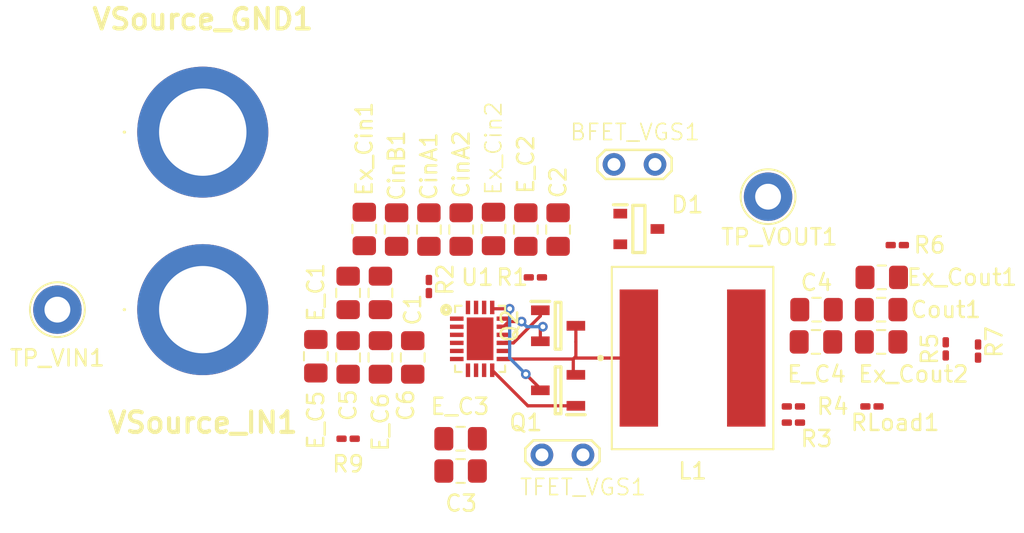
<source format=kicad_pcb>
(kicad_pcb (version 20241229) (generator "pcbnew") (generator_version "9.0")
  (layers (0 "F.Cu" signal) (2 "B.Cu" signal) (13 "F.Paste" user) (15 "B.Paste" user) (5 "F.SilkS" user "F.Silkscreen") (7 "B.SilkS" user "B.Silkscreen") (1 "F.Mask" user) (3 "B.Mask" user) (25 "Edge.Cuts" user))
  (net 0 "")
  (net 1 "/BG")
  (net 2 "Net-(U1-TRACK{slash}SS)")
  (net 3 "GND")
  (net 4 "/INTVCC")
  (net 5 "/SW")
  (net 6 "/BOOST")
  (net 7 "/Vout")
  (net 8 "/SENSE+")
  (net 9 "/VFB")
  (net 10 "/VIN")
  (net 12 "Net-(L1-Pad2)")
  (net 13 "/TG")
  (net 14 "Net-(U1-PGOOD)")
  (net 15 "Net-(U1-FREQ)")
  (net 19 "Net-(C5-Pad2)")
  (net 20 "/ITH")
  (net 21 "Net-(R6-Pad2)")
  (footprint "Capacitor_SMD:C_0805_2012Metric_Pad1.18x1.45mm_HandSolder" (layer "F.Cu") (at 131.9625 139)
    (property "Reference" "C3" (at 0.0375 2 0) (layer "F.SilkS"))
    (property "Value" "0.1uF")
    (fp_line (start -0.261252 -0.735) (end 0.261252 -0.735) (stroke (width 0.12)) (layer "F.SilkS"))
    (fp_line (start -0.261252 0.735) (end 0.261252 0.735) (stroke (width 0.12)) (layer "F.SilkS"))
    (pad "1" smd roundrect (at -1.0375 0) (size 1.175 1.45) (layers "F.Cu" "F.Mask" "F.Paste") (roundrect_rratio 0.212766) (net 6 "/BOOST"))
    (pad "2" smd roundrect (at 1.0375 0) (size 1.175 1.45) (layers "F.Cu" "F.Mask" "F.Paste") (roundrect_rratio 0.212766) (net 5 "/SW"))
  )
  (footprint "Capacitor_SMD:C_0805_2012Metric_Pad1.18x1.45mm_HandSolder" (layer "F.Cu") (at 138 124.0375 -90)
    (property "Reference" "C2" (at -2.925 0 90) (layer "F.SilkS"))
    (property "Value" "2.2uF")
    (fp_line (start -0.261252 0.735) (end 0.261252 0.735) (stroke (width 0.12)) (layer "F.SilkS"))
    (fp_line (start -0.261252 -0.735) (end 0.261252 -0.735) (stroke (width 0.12)) (layer "F.SilkS"))
    (pad "1" smd roundrect (at -1.0375 0 270) (size 1.175 1.45) (layers "F.Cu" "F.Mask" "F.Paste") (roundrect_rratio 0.212766) (net 3 "GND"))
    (pad "2" smd roundrect (at 1.0375 0 270) (size 1.175 1.45) (layers "F.Cu" "F.Mask" "F.Paste") (roundrect_rratio 0.212766) (net 4 "/INTVCC"))
  )
  (footprint "Inductor_SMD:IND_XGL1010-333MED" (layer "F.Cu") (at 146.325 132)
    (property "Reference" "L1" (at 0 7 0) (layer "F.SilkS"))
    (property "Value" "33uH")
    (fp_line (start -5 -5.65) (end 5 -5.65) (stroke (width 0.127)) (layer "F.SilkS"))
    (fp_line (start -5 5.65) (end -5 -5.65) (stroke (width 0.127)) (layer "F.SilkS"))
    (fp_line (start 5 -5.65) (end 5 5.65) (stroke (width 0.127)) (layer "F.SilkS"))
    (fp_line (start 5 5.65) (end -5 5.65) (stroke (width 0.127)) (layer "F.SilkS"))
    (fp_circle (center -5.7 0) (end -5.6 0) (stroke (width 0.2)) (fill no) (layer "F.SilkS"))
    (pad "1" smd rect (at -3.325 0) (size 2.38 8.5) (layers "F.Cu" "F.Mask" "F.Paste") (net 5 "/SW"))
    (pad "2" smd rect (at 3.325 0) (size 2.38 8.5) (layers "F.Cu" "F.Mask" "F.Paste") (net 12 "Net-(L1-Pad2)"))
  )
  (footprint "Capacitor_SMD:C_0805_2012Metric_Pad1.18x1.45mm_HandSolder" (layer "F.Cu") (at 158 131)
    (property "Reference" "Cout1" (at 4 -2 0) (layer "F.SilkS"))
    (property "Value" "100uF")
    (fp_line (start -0.261252 -0.735) (end 0.261252 -0.735) (stroke (width 0.12)) (layer "F.SilkS"))
    (fp_line (start -0.261252 0.735) (end 0.261252 0.735) (stroke (width 0.12)) (layer "F.SilkS"))
    (pad "1" smd roundrect (at -1.0375 0) (size 1.175 1.45) (layers "F.Cu" "F.Mask" "F.Paste") (roundrect_rratio 0.212766) (net 7 "/Vout"))
    (pad "2" smd roundrect (at 1.0375 0) (size 1.175 1.45) (layers "F.Cu" "F.Mask" "F.Paste") (roundrect_rratio 0.212766) (net 3 "GND"))
  )
  (footprint "Capacitor_SMD:C_0805_2012Metric_Pad1.18x1.45mm_HandSolder" (layer "F.Cu") (at 125 131.9625 -90)
    (property "Reference" "C5" (at 2.9625 0 90) (layer "F.SilkS"))
    (property "Value" "2.2uF")
    (fp_line (start -0.261252 0.735) (end 0.261252 0.735) (stroke (width 0.12)) (layer "F.SilkS"))
    (fp_line (start -0.261252 -0.735) (end 0.261252 -0.735) (stroke (width 0.12)) (layer "F.SilkS"))
    (pad "1" smd roundrect (at -1.0375 0 270) (size 1.175 1.45) (layers "F.Cu" "F.Mask" "F.Paste") (roundrect_rratio 0.212766) (net 3 "GND"))
    (pad "2" smd roundrect (at 1.0375 0 270) (size 1.175 1.45) (layers "F.Cu" "F.Mask" "F.Paste") (roundrect_rratio 0.212766) (net 19 "Net-(C5-Pad2)"))
  )
  (footprint "Resistor_SMD:R_0201_0603Metric_Pad0.64x0.40mm_HandSolder" (layer "F.Cu") (at 152.5675 135)
    (property "Reference" "R4" (at 2.4325 0 0) (layer "F.SilkS"))
    (property "Value" "100Ohm")
    (pad "1" smd roundrect (at -0.4075 0) (size 0.635 0.4) (layers "F.Cu" "F.Mask") (net 12 "Net-(L1-Pad2)"))
    (pad "2" smd roundrect (at 0.4075 0) (size 0.635 0.4) (layers "F.Cu" "F.Mask") (net 8 "/SENSE+"))
  )
  (footprint "Capacitor_SMD:C_0805_2012Metric_Pad1.18x1.45mm_HandSolder" (layer "F.Cu") (at 136 124.0375 90)
    (property "Reference" "E_C2" (at 4.0375 0 90) (layer "F.SilkS"))
    (property "Value" "~")
    (fp_line (start -0.261252 -0.735) (end 0.261252 -0.735) (stroke (width 0.12)) (layer "F.SilkS"))
    (fp_line (start -0.261252 0.735) (end 0.261252 0.735) (stroke (width 0.12)) (layer "F.SilkS"))
    (pad "1" smd roundrect (at -1.0375 0 90) (size 1.175 1.45) (layers "F.Cu" "F.Mask" "F.Paste") (roundrect_rratio 0.212766) (net 4 "/INTVCC"))
    (pad "2" smd roundrect (at 1.0375 0 90) (size 1.175 1.45) (layers "F.Cu" "F.Mask" "F.Paste") (roundrect_rratio 0.212766) (net 3 "GND"))
  )
  (footprint "Capacitor_SMD:C_0805_2012Metric_Pad1.18x1.45mm_HandSolder" (layer "F.Cu") (at 123 131.8875 -90)
    (property "Reference" "E_C5" (at 3.9625 0 90) (layer "F.SilkS"))
    (property "Value" "~")
    (fp_line (start -0.261252 0.735) (end 0.261252 0.735) (stroke (width 0.12)) (layer "F.SilkS"))
    (fp_line (start -0.261252 -0.735) (end 0.261252 -0.735) (stroke (width 0.12)) (layer "F.SilkS"))
    (pad "1" smd roundrect (at -1.0375 0 270) (size 1.175 1.45) (layers "F.Cu" "F.Mask" "F.Paste") (roundrect_rratio 0.212766) (net 3 "GND"))
    (pad "2" smd roundrect (at 1.0375 0 270) (size 1.175 1.45) (layers "F.Cu" "F.Mask" "F.Paste") (roundrect_rratio 0.212766) (net 19 "Net-(C5-Pad2)"))
  )
  (footprint "Capacitor_SMD:C_0805_2012Metric_Pad1.18x1.45mm_HandSolder" (layer "F.Cu") (at 158 129 180)
    (property "Reference" "Ex_Cout2" (at -2 -4 0) (layer "F.SilkS"))
    (property "Value" "~")
    (fp_line (start -0.261252 0.735) (end 0.261252 0.735) (stroke (width 0.12)) (layer "F.SilkS"))
    (fp_line (start -0.261252 -0.735) (end 0.261252 -0.735) (stroke (width 0.12)) (layer "F.SilkS"))
    (pad "1" smd roundrect (at -1.0375 0 180) (size 1.175 1.45) (layers "F.Cu" "F.Mask" "F.Paste") (roundrect_rratio 0.212766) (net 3 "GND"))
    (pad "2" smd roundrect (at 1.0375 0 180) (size 1.175 1.45) (layers "F.Cu" "F.Mask" "F.Paste") (roundrect_rratio 0.212766) (net 7 "/Vout"))
  )
  (footprint "Resistor_SMD:R_0201_0603Metric_Pad0.64x0.40mm_HandSolder" (layer "F.Cu") (at 162 131.4325 -90)
    (property "Reference" "R5" (at 0 1 90) (layer "F.SilkS"))
    (property "Value" "6.8kOhm")
    (pad "1" smd roundrect (at -0.4075 0 270) (size 0.635 0.4) (layers "F.Cu" "F.Mask") (net 9 "/VFB"))
    (pad "2" smd roundrect (at 0.4075 0 270) (size 0.635 0.4) (layers "F.Cu" "F.Mask") (net 3 "GND"))
  )
  (footprint "TestPoint:TestPoint_Loop_D2.60mm_Drill1.6mm_Beaded" (layer "F.Cu") (at 107 129)
    (property "Reference" "TP_VIN1" (at 0 3 0) (layer "F.SilkS"))
    (property "Value" "TestPoint")
    (fp_circle (center 0 0) (end 1.7 0) (stroke (width 0.12)) (fill no) (layer "F.SilkS"))
    (pad "1" thru_hole circle (at 0 0) (size 3 3) (drill 1.6) (layers "*.Cu" "*.Mask") (net 10 "/VIN"))
  )
  (footprint "Capacitor_SMD:C_0805_2012Metric_Pad1.18x1.45mm_HandSolder" (layer "F.Cu") (at 154 129)
    (property "Reference" "C4" (at 0 -1.68 0) (layer "F.SilkS"))
    (property "Value" "0.1uF")
    (fp_line (start -0.261252 -0.735) (end 0.261252 -0.735) (stroke (width 0.12)) (layer "F.SilkS"))
    (fp_line (start -0.261252 0.735) (end 0.261252 0.735) (stroke (width 0.12)) (layer "F.SilkS"))
    (pad "1" smd roundrect (at -1.0375 0) (size 1.175 1.45) (layers "F.Cu" "F.Mask" "F.Paste") (roundrect_rratio 0.212766) (net 8 "/SENSE+"))
    (pad "2" smd roundrect (at 1.0375 0) (size 1.175 1.45) (layers "F.Cu" "F.Mask" "F.Paste") (roundrect_rratio 0.212766) (net 7 "/Vout"))
  )
  (footprint "Resistor_SMD:R_0201_0603Metric_Pad0.64x0.40mm_HandSolder" (layer "F.Cu") (at 152.5675 136)
    (property "Reference" "R3" (at 1.4325 1 0) (layer "F.SilkS"))
    (property "Value" "3mOhm")
    (pad "1" smd roundrect (at -0.4075 0) (size 0.635 0.4) (layers "F.Cu" "F.Mask") (net 12 "Net-(L1-Pad2)"))
    (pad "2" smd roundrect (at 0.4075 0) (size 0.635 0.4) (layers "F.Cu" "F.Mask") (net 7 "/Vout"))
  )
  (footprint "Battery:5754" (layer "F.Cu") (at 116 129)
    (property "Reference" "VSource_IN1" (at 0 7 0) (layer "F.SilkS") (effects (font (size 1.27 1.27) (thickness 0.254))))
    (property "Value" "575-4" (hide yes))
    (fp_line (start -4.9 0) (end -4.9 0) (stroke (width 0.1)) (layer "F.SilkS"))
    (fp_line (start -4.8 0) (end -4.8 0) (stroke (width 0.1)) (layer "F.SilkS"))
    (fp_arc (start -4.9 0) (mid -4.85 -0.05) (end -4.8 0) (stroke (width 0.1)) (layer "F.SilkS"))
    (fp_arc (start -4.8 0) (mid -4.85 0.05) (end -4.9 0) (stroke (width 0.1)) (layer "F.SilkS"))
    (pad "1" thru_hole circle (at 0 0) (size 8.115 8.115) (drill 5.41) (layers "*.Cu" "*.Mask") (net 10 "/VIN"))
  )
  (footprint "Capacitor_SMD:C_0805_2012Metric_Pad1.18x1.45mm_HandSolder" (layer "F.Cu") (at 125 127.9625 -90)
    (property "Reference" "E_C1" (at -0.0375 2 90) (layer "F.SilkS"))
    (property "Value" "~")
    (fp_line (start -0.261252 0.735) (end 0.261252 0.735) (stroke (width 0.12)) (layer "F.SilkS"))
    (fp_line (start -0.261252 -0.735) (end 0.261252 -0.735) (stroke (width 0.12)) (layer "F.SilkS"))
    (pad "1" smd roundrect (at -1.0375 0 270) (size 1.175 1.45) (layers "F.Cu" "F.Mask" "F.Paste") (roundrect_rratio 0.212766) (net 3 "GND"))
    (pad "2" smd roundrect (at 1.0375 0 270) (size 1.175 1.45) (layers "F.Cu" "F.Mask" "F.Paste") (roundrect_rratio 0.212766) (net 2 "Net-(U1-TRACK{slash}SS)"))
  )
  (footprint "Capacitor_SMD:C_0805_2012Metric_Pad1.18x1.45mm_HandSolder" (layer "F.Cu") (at 131.9625 137 180)
    (property "Reference" "E_C3" (at 0.0375 2 0) (layer "F.SilkS"))
    (property "Value" "~")
    (fp_line (start -0.261252 0.735) (end 0.261252 0.735) (stroke (width 0.12)) (layer "F.SilkS"))
    (fp_line (start -0.261252 -0.735) (end 0.261252 -0.735) (stroke (width 0.12)) (layer "F.SilkS"))
    (pad "1" smd roundrect (at -1.0375 0 180) (size 1.175 1.45) (layers "F.Cu" "F.Mask" "F.Paste") (roundrect_rratio 0.212766) (net 5 "/SW"))
    (pad "2" smd roundrect (at 1.0375 0 180) (size 1.175 1.45) (layers "F.Cu" "F.Mask" "F.Paste") (roundrect_rratio 0.212766) (net 6 "/BOOST"))
  )
  (footprint "Resistor_SMD:R_0201_0603Metric_Pad0.64x0.40mm_HandSolder" (layer "F.Cu") (at 159 125)
    (property "Reference" "R6" (at 2 0 0) (layer "F.SilkS"))
    (property "Value" "2.7kOhm")
    (pad "1" smd roundrect (at -0.4075 0) (size 0.635 0.4) (layers "F.Cu" "F.Mask") (net 7 "/Vout"))
    (pad "2" smd roundrect (at 0.4075 0) (size 0.635 0.4) (layers "F.Cu" "F.Mask") (net 21 "Net-(R6-Pad2)"))
  )
  (footprint "TestPoint:TestPoint_2Pads_Pitch2.54mm_Drill0.8mm" (layer "F.Cu") (at 141.46 120)
    (property "Reference" "BFET_VGS1" (at 1.3 -2 0) (layer "F.SilkS") (effects (font (thickness 0.1))))
    (property "Value" "TestPoint_2Pole")
    (fp_line (start -1.03 -0.4) (end -0.53 -0.9) (stroke (width 0.15)) (layer "F.SilkS"))
    (fp_line (start -1.03 0.4) (end -1.03 -0.4) (stroke (width 0.15)) (layer "F.SilkS"))
    (fp_line (start -0.53 -0.9) (end 3.07 -0.9) (stroke (width 0.15)) (layer "F.SilkS"))
    (fp_line (start -0.53 0.9) (end -1.03 0.4) (stroke (width 0.15)) (layer "F.SilkS"))
    (fp_line (start 3.07 -0.9) (end 3.57 -0.4) (stroke (width 0.15)) (layer "F.SilkS"))
    (fp_line (start 3.07 0.9) (end -0.53 0.9) (stroke (width 0.15)) (layer "F.SilkS"))
    (fp_line (start 3.57 -0.4) (end 3.57 0.4) (stroke (width 0.15)) (layer "F.SilkS"))
    (fp_line (start 3.57 0.4) (end 3.07 0.9) (stroke (width 0.15)) (layer "F.SilkS"))
    (pad "1" thru_hole circle (at 0 0) (size 1.4 1.4) (drill 0.8) (layers "*.Cu" "*.Mask") (net 1 "/BG"))
    (pad "2" thru_hole circle (at 2.54 0) (size 1.4 1.4) (drill 0.8) (layers "*.Cu" "*.Mask") (net 3 "GND"))
  )
  (footprint "Package_DFN_QFN:QFN50P400X300X80-21N" (layer "F.Cu") (at 133.17 130.81)
    (property "Reference" "U1" (at -0.17 -3.81 0) (layer "F.SilkS") (effects (font (size 1.001874 1.001874))))
    (property "Value" "LTC7800HUDC_PBF")
    (fp_line (start -1.55 -2.05) (end -1.55 -1.65) (stroke (width 0.127)) (layer "F.SilkS"))
    (fp_line (start -1.55 2.05) (end -1.55 1.65) (stroke (width 0.127)) (layer "F.SilkS"))
    (fp_line (start -1.15 -2.05) (end -1.55 -2.05) (stroke (width 0.127)) (layer "F.SilkS"))
    (fp_line (start -1.15 2.05) (end -1.55 2.05) (stroke (width 0.127)) (layer "F.SilkS"))
    (fp_line (start 1.55 -2.05) (end 1.15 -2.05) (stroke (width 0.127)) (layer "F.SilkS"))
    (fp_line (start 1.55 -1.65) (end 1.55 -2.05) (stroke (width 0.127)) (layer "F.SilkS"))
    (fp_line (start 1.55 1.65) (end 1.55 2.05) (stroke (width 0.127)) (layer "F.SilkS"))
    (fp_line (start 1.55 2.05) (end 1.2 2.05) (stroke (width 0.127)) (layer "F.SilkS"))
    (fp_circle (center -2.1 -1.8) (end -2.029291 -1.8) (stroke (width 0.3)) (fill no) (layer "F.SilkS"))
    (pad "1" smd rect (at -1.445 -1.25) (size 0.84 0.27) (layers "F.Cu" "F.Mask" "F.Paste"))
    (pad "2" smd rect (at -1.445 -0.75) (size 0.84 0.27) (layers "F.Cu" "F.Mask" "F.Paste") (net 3 "GND"))
    (pad "3" smd rect (at -1.445 -0.25) (size 0.84 0.27) (layers "F.Cu" "F.Mask" "F.Paste") (net 3 "GND"))
    (pad "4" smd rect (at -1.445 0.25) (size 0.84 0.27) (layers "F.Cu" "F.Mask" "F.Paste"))
    (pad "5" smd rect (at -1.445 0.75) (size 0.84 0.27) (layers "F.Cu" "F.Mask" "F.Paste") (net 7 "/Vout"))
    (pad "6" smd rect (at -1.445 1.25) (size 0.84 0.27) (layers "F.Cu" "F.Mask" "F.Paste") (net 8 "/SENSE+"))
    (pad "7" smd rect (at -0.75 1.945) (size 0.27 0.84) (layers "F.Cu" "F.Mask" "F.Paste") (net 9 "/VFB"))
    (pad "8" smd rect (at -0.25 1.945) (size 0.27 0.84) (layers "F.Cu" "F.Mask" "F.Paste") (net 20 "/ITH"))
    (pad "9" smd rect (at 0.25 1.945) (size 0.27 0.84) (layers "F.Cu" "F.Mask" "F.Paste") (net 14 "Net-(U1-PGOOD)"))
    (pad "10" smd rect (at 0.75 1.945) (size 0.27 0.84) (layers "F.Cu" "F.Mask" "F.Paste") (net 13 "/TG"))
    (pad "11" smd rect (at 1.445 1.25) (size 0.84 0.27) (layers "F.Cu" "F.Mask" "F.Paste") (net 5 "/SW"))
    (pad "12" smd rect (at 1.445 0.75) (size 0.84 0.27) (layers "F.Cu" "F.Mask" "F.Paste") (net 6 "/BOOST"))
    (pad "13" smd rect (at 1.445 0.25) (size 0.84 0.27) (layers "F.Cu" "F.Mask" "F.Paste") (net 1 "/BG"))
    (pad "14" smd rect (at 1.445 -0.25) (size 0.84 0.27) (layers "F.Cu" "F.Mask" "F.Paste") (net 4 "/INTVCC"))
    (pad "15" smd rect (at 1.445 -0.75) (size 0.84 0.27) (layers "F.Cu" "F.Mask" "F.Paste") (net 3 "GND"))
    (pad "16" smd rect (at 1.445 -1.25) (size 0.84 0.27) (layers "F.Cu" "F.Mask" "F.Paste") (net 3 "GND"))
    (pad "17" smd rect (at 0.75 -1.945) (size 0.27 0.84) (layers "F.Cu" "F.Mask" "F.Paste") (net 10 "/VIN"))
    (pad "18" smd rect (at 0.25 -1.945) (size 0.27 0.84) (layers "F.Cu" "F.Mask" "F.Paste"))
    (pad "19" smd rect (at -0.25 -1.945) (size 0.27 0.84) (layers "F.Cu" "F.Mask" "F.Paste") (net 2 "Net-(U1-TRACK{slash}SS)"))
    (pad "20" smd rect (at -0.75 -1.945) (size 0.27 0.84) (layers "F.Cu" "F.Mask" "F.Paste") (net 15 "Net-(U1-FREQ)"))
    (pad "21" smd rect (at 0 0) (size 1.65 2.65) (layers "F.Cu" "F.Mask") (net 3 "GND"))
  )
  (footprint "Resistor_SMD:R_0201_0603Metric_Pad0.64x0.40mm_HandSolder" (layer "F.Cu") (at 164 131.5675 -90)
    (property "Reference" "R7" (at -0.5675 -1 90) (layer "F.SilkS"))
    (property "Value" "33kOhm")
    (pad "1" smd roundrect (at -0.4075 0 270) (size 0.635 0.4) (layers "F.Cu" "F.Mask") (net 21 "Net-(R6-Pad2)"))
    (pad "2" smd roundrect (at 0.4075 0 270) (size 0.635 0.4) (layers "F.Cu" "F.Mask") (net 9 "/VFB"))
  )
  (footprint "Diode_SMD:SOT95P230X109-3N" (layer "F.Cu") (at 143 124)
    (property "Reference" "D1" (at 3 -1.5 0) (layer "F.SilkS") (effects (font (size 1.016 1.016) (thickness 0.1524))))
    (property "Value" "CMPD6001_TR_PBFREE" (hide yes))
    (fp_line (start -1.575 -1.5) (end -0.725 -1.5) (stroke (width 0.2)) (layer "F.SilkS"))
    (fp_line (start -0.375 -1.462) (end 0.375 -1.462) (stroke (width 0.2)) (layer "F.SilkS"))
    (fp_line (start -0.375 1.462) (end -0.375 -1.462) (stroke (width 0.2)) (layer "F.SilkS"))
    (fp_line (start 0.375 -1.462) (end 0.375 1.462) (stroke (width 0.2)) (layer "F.SilkS"))
    (fp_line (start 0.375 1.462) (end -0.375 1.462) (stroke (width 0.2)) (layer "F.SilkS"))
    (pad "1" smd rect (at -1.15 -0.95 90) (size 0.6 0.85) (layers "F.Cu" "F.Mask" "F.Paste") (net 4 "/INTVCC"))
    (pad "2" smd rect (at -1.15 0.95 90) (size 0.6 0.85) (layers "F.Cu" "F.Mask" "F.Paste"))
    (pad "3" smd rect (at 1.15 0 90) (size 0.6 0.85) (layers "F.Cu" "F.Mask" "F.Paste") (net 6 "/BOOST"))
  )
  (footprint "Transistor_Power:SOT96P240X115-3N" (layer "F.Cu") (at 138 130)
    (property "Reference" "Q2" (at -3 0 90) (layer "F.SilkS") (effects (font (size 1.016 1.016) (thickness 0.1524))))
    (property "Value" "DMP2045U-7" (hide yes))
    (fp_line (start -1.675 -1.51) (end -0.525 -1.51) (stroke (width 0.2)) (layer "F.SilkS"))
    (fp_line (start -0.175 -1.45) (end 0.175 -1.45) (stroke (width 0.2)) (layer "F.SilkS"))
    (fp_line (start -0.175 1.45) (end -0.175 -1.45) (stroke (width 0.2)) (layer "F.SilkS"))
    (fp_line (start 0.175 -1.45) (end 0.175 1.45) (stroke (width 0.2)) (layer "F.SilkS"))
    (fp_line (start 0.175 1.45) (end -0.175 1.45) (stroke (width 0.2)) (layer "F.SilkS"))
    (pad "1" smd rect (at -1.1 -0.96 90) (size 0.6 1.15) (layers "F.Cu" "F.Mask" "F.Paste") (net 1 "/BG"))
    (pad "2" smd rect (at -1.1 0.96 90) (size 0.6 1.15) (layers "F.Cu" "F.Mask" "F.Paste") (net 3 "GND"))
    (pad "3" smd rect (at 1.1 0 90) (size 0.6 1.15) (layers "F.Cu" "F.Mask" "F.Paste") (net 5 "/SW"))
  )
  (footprint "Resistor_SMD:R_0201_0603Metric_Pad0.64x0.40mm_HandSolder" (layer "F.Cu") (at 130 127.5675 -90)
    (property "Reference" "R2" (at -0.4325 -1 90) (layer "F.SilkS"))
    (property "Value" "25.5kOhm")
    (pad "1" smd roundrect (at -0.4075 0 270) (size 0.635 0.4) (layers "F.Cu" "F.Mask") (net 3 "GND"))
    (pad "2" smd roundrect (at 0.4075 0 270) (size 0.635 0.4) (layers "F.Cu" "F.Mask") (net 15 "Net-(U1-FREQ)"))
  )
  (footprint "Capacitor_SMD:C_0805_2012Metric_Pad1.18x1.45mm_HandSolder" (layer "F.Cu") (at 132 124.0375 90)
    (property "Reference" "CinA2" (at 4.0375 0 90) (layer "F.SilkS"))
    (property "Value" "2.2uF")
    (fp_line (start -0.261252 -0.735) (end 0.261252 -0.735) (stroke (width 0.12)) (layer "F.SilkS"))
    (fp_line (start -0.261252 0.735) (end 0.261252 0.735) (stroke (width 0.12)) (layer "F.SilkS"))
    (pad "1" smd roundrect (at -1.0375 0 90) (size 1.175 1.45) (layers "F.Cu" "F.Mask" "F.Paste") (roundrect_rratio 0.212766) (net 10 "/VIN"))
    (pad "2" smd roundrect (at 1.0375 0 90) (size 1.175 1.45) (layers "F.Cu" "F.Mask" "F.Paste") (roundrect_rratio 0.212766) (net 3 "GND"))
  )
  (footprint "Resistor_SMD:R_0201_0603Metric_Pad0.64x0.40mm_HandSolder" (layer "F.Cu") (at 125 137 180)
    (property "Reference" "R9" (at 0 -1.5675 0) (layer "F.SilkS"))
    (property "Value" "3.92kOhm")
    (pad "1" smd roundrect (at -0.4075 0 180) (size 0.635 0.4) (layers "F.Cu" "F.Mask") (net 20 "/ITH"))
    (pad "2" smd roundrect (at 0.4075 0 180) (size 0.635 0.4) (layers "F.Cu" "F.Mask") (net 19 "Net-(C5-Pad2)"))
  )
  (footprint "Battery:5754" (layer "F.Cu") (at 116 118)
    (property "Reference" "VSource_GND1" (at 0 -7 0) (layer "F.SilkS") (effects (font (size 1.27 1.27) (thickness 0.254))))
    (property "Value" "575-4" (hide yes))
    (fp_line (start -4.9 0) (end -4.9 0) (stroke (width 0.1)) (layer "F.SilkS"))
    (fp_line (start -4.8 0) (end -4.8 0) (stroke (width 0.1)) (layer "F.SilkS"))
    (fp_arc (start -4.9 0) (mid -4.85 -0.05) (end -4.8 0) (stroke (width 0.1)) (layer "F.SilkS"))
    (fp_arc (start -4.8 0) (mid -4.85 0.05) (end -4.9 0) (stroke (width 0.1)) (layer "F.SilkS"))
    (pad "1" thru_hole circle (at 0 0) (size 8.115 8.115) (drill 5.41) (layers "*.Cu" "*.Mask") (net 3 "GND"))
  )
  (footprint "Capacitor_SMD:C_0805_2012Metric_Pad1.18x1.45mm_HandSolder" (layer "F.Cu") (at 127 127.9625 -90)
    (property "Reference" "C1" (at 1.0375 -2 90) (layer "F.SilkS"))
    (property "Value" "0.05uF")
    (fp_line (start -0.261252 0.735) (end 0.261252 0.735) (stroke (width 0.12)) (layer "F.SilkS"))
    (fp_line (start -0.261252 -0.735) (end 0.261252 -0.735) (stroke (width 0.12)) (layer "F.SilkS"))
    (pad "1" smd roundrect (at -1.0375 0 270) (size 1.175 1.45) (layers "F.Cu" "F.Mask" "F.Paste") (roundrect_rratio 0.212766) (net 3 "GND"))
    (pad "2" smd roundrect (at 1.0375 0 270) (size 1.175 1.45) (layers "F.Cu" "F.Mask" "F.Paste") (roundrect_rratio 0.212766) (net 2 "Net-(U1-TRACK{slash}SS)"))
  )
  (footprint "TestPoint:TestPoint_Loop_D2.60mm_Drill1.6mm_Beaded" (layer "F.Cu") (at 151 122)
    (property "Reference" "TP_VOUT1" (at 0.7 2.5 0) (layer "F.SilkS"))
    (property "Value" "TestPoint")
    (fp_circle (center 0 0) (end 1.7 0) (stroke (width 0.12)) (fill no) (layer "F.SilkS"))
    (pad "1" thru_hole circle (at 0 0) (size 3 3) (drill 1.6) (layers "*.Cu" "*.Mask") (net 7 "/Vout"))
  )
  (footprint "Capacitor_SMD:C_0805_2012Metric_Pad1.18x1.45mm_HandSolder" (layer "F.Cu") (at 127 131.9625 -90)
    (property "Reference" "E_C6" (at 4 0 90) (layer "F.SilkS"))
    (property "Value" "~")
    (fp_line (start -0.261252 0.735) (end 0.261252 0.735) (stroke (width 0.12)) (layer "F.SilkS"))
    (fp_line (start -0.261252 -0.735) (end 0.261252 -0.735) (stroke (width 0.12)) (layer "F.SilkS"))
    (pad "1" smd roundrect (at -1.0375 0 270) (size 1.175 1.45) (layers "F.Cu" "F.Mask" "F.Paste") (roundrect_rratio 0.212766) (net 3 "GND"))
    (pad "2" smd roundrect (at 1.0375 0 270) (size 1.175 1.45) (layers "F.Cu" "F.Mask" "F.Paste") (roundrect_rratio 0.212766) (net 20 "/ITH"))
  )
  (footprint "Capacitor_SMD:C_0805_2012Metric_Pad1.18x1.45mm_HandSolder" (layer "F.Cu") (at 153.9625 131 180)
    (property "Reference" "E_C4" (at -0.0375 -2 0) (layer "F.SilkS"))
    (property "Value" "~")
    (fp_line (start -0.261252 0.735) (end 0.261252 0.735) (stroke (width 0.12)) (layer "F.SilkS"))
    (fp_line (start -0.261252 -0.735) (end 0.261252 -0.735) (stroke (width 0.12)) (layer "F.SilkS"))
    (pad "1" smd roundrect (at -1.0375 0 180) (size 1.175 1.45) (layers "F.Cu" "F.Mask" "F.Paste") (roundrect_rratio 0.212766) (net 7 "/Vout"))
    (pad "2" smd roundrect (at 1.0375 0 180) (size 1.175 1.45) (layers "F.Cu" "F.Mask" "F.Paste") (roundrect_rratio 0.212766) (net 8 "/SENSE+"))
  )
  (footprint "Capacitor_SMD:C_0805_2012Metric_Pad1.18x1.45mm_HandSolder" (layer "F.Cu") (at 129 131.9625 -90)
    (property "Reference" "C6" (at 2.9625 0.4325 90) (layer "F.SilkS"))
    (property "Value" "100pF")
    (fp_line (start -0.261252 0.735) (end 0.261252 0.735) (stroke (width 0.12)) (layer "F.SilkS"))
    (fp_line (start -0.261252 -0.735) (end 0.261252 -0.735) (stroke (width 0.12)) (layer "F.SilkS"))
    (pad "1" smd roundrect (at -1.0375 0 270) (size 1.175 1.45) (layers "F.Cu" "F.Mask" "F.Paste") (roundrect_rratio 0.212766) (net 3 "GND"))
    (pad "2" smd roundrect (at 1.0375 0 270) (size 1.175 1.45) (layers "F.Cu" "F.Mask" "F.Paste") (roundrect_rratio 0.212766) (net 20 "/ITH"))
  )
  (footprint "Transistor_Power:SOT96P240X115-3N" (layer "F.Cu") (at 138 134 180)
    (property "Reference" "Q1" (at 2 -2 0) (layer "F.SilkS") (effects (font (size 1.016 1.016) (thickness 0.1524))))
    (property "Value" "DMP2045U-7" (hide yes))
    (fp_line (start 0.175 1.45) (end -0.175 1.45) (stroke (width 0.2)) (layer "F.SilkS"))
    (fp_line (start 0.175 -1.45) (end 0.175 1.45) (stroke (width 0.2)) (layer "F.SilkS"))
    (fp_line (start -0.175 1.45) (end -0.175 -1.45) (stroke (width 0.2)) (layer "F.SilkS"))
    (fp_line (start -0.175 -1.45) (end 0.175 -1.45) (stroke (width 0.2)) (layer "F.SilkS"))
    (fp_line (start -1.675 -1.51) (end -0.525 -1.51) (stroke (width 0.2)) (layer "F.SilkS"))
    (pad "1" smd rect (at -1.1 -0.96 270) (size 0.6 1.15) (layers "F.Cu" "F.Mask" "F.Paste") (net 13 "/TG"))
    (pad "2" smd rect (at -1.1 0.96 270) (size 0.6 1.15) (layers "F.Cu" "F.Mask" "F.Paste") (net 5 "/SW"))
    (pad "3" smd rect (at 1.1 0 270) (size 0.6 1.15) (layers "F.Cu" "F.Mask" "F.Paste") (net 10 "/VIN"))
  )
  (footprint "Capacitor_SMD:C_0805_2012Metric_Pad1.18x1.45mm_HandSolder" (layer "F.Cu") (at 126 124 90)
    (property "Reference" "Ex_Cin1" (at 4.9625 0 90) (layer "F.SilkS"))
    (property "Value" "~")
    (fp_line (start -0.261252 -0.735) (end 0.261252 -0.735) (stroke (width 0.12)) (layer "F.SilkS"))
    (fp_line (start -0.261252 0.735) (end 0.261252 0.735) (stroke (width 0.12)) (layer "F.SilkS"))
    (pad "1" smd roundrect (at -1.0375 0 90) (size 1.175 1.45) (layers "F.Cu" "F.Mask" "F.Paste") (roundrect_rratio 0.212766) (net 10 "/VIN"))
    (pad "2" smd roundrect (at 1.0375 0 90) (size 1.175 1.45) (layers "F.Cu" "F.Mask" "F.Paste") (roundrect_rratio 0.212766) (net 3 "GND"))
  )
  (footprint "Capacitor_SMD:C_0805_2012Metric_Pad1.18x1.45mm_HandSolder" (layer "F.Cu") (at 128 124.0375 90)
    (property "Reference" "CinB1" (at 3.9625 0 90) (layer "F.SilkS"))
    (property "Value" "56uF")
    (fp_line (start -0.261252 -0.735) (end 0.261252 -0.735) (stroke (width 0.12)) (layer "F.SilkS"))
    (fp_line (start -0.261252 0.735) (end 0.261252 0.735) (stroke (width 0.12)) (layer "F.SilkS"))
    (pad "1" smd roundrect (at -1.0375 0 90) (size 1.175 1.45) (layers "F.Cu" "F.Mask" "F.Paste") (roundrect_rratio 0.212766) (net 10 "/VIN"))
    (pad "2" smd roundrect (at 1.0375 0 90) (size 1.175 1.45) (layers "F.Cu" "F.Mask" "F.Paste") (roundrect_rratio 0.212766) (net 3 "GND"))
  )
  (footprint "Capacitor_SMD:C_0805_2012Metric_Pad1.18x1.45mm_HandSolder" (layer "F.Cu") (at 158.0375 127 180)
    (property "Reference" "Ex_Cout1" (at -4.9625 0 0) (layer "F.SilkS"))
    (property "Value" "~")
    (fp_line (start -0.261252 0.735) (end 0.261252 0.735) (stroke (width 0.12)) (layer "F.SilkS"))
    (fp_line (start -0.261252 -0.735) (end 0.261252 -0.735) (stroke (width 0.12)) (layer "F.SilkS"))
    (pad "1" smd roundrect (at -1.0375 0 180) (size 1.175 1.45) (layers "F.Cu" "F.Mask" "F.Paste") (roundrect_rratio 0.212766) (net 3 "GND"))
    (pad "2" smd roundrect (at 1.0375 0 180) (size 1.175 1.45) (layers "F.Cu" "F.Mask" "F.Paste") (roundrect_rratio 0.212766) (net 7 "/Vout"))
  )
  (footprint "Capacitor_SMD:C_0805_2012Metric_Pad1.18x1.45mm_HandSolder" (layer "F.Cu") (at 134 124 -90)
    (property "Reference" "Ex_Cin2" (at -5 0 90) (layer "F.SilkS") (effects (font (thickness 0.1))))
    (property "Value" "~")
    (fp_line (start -0.261252 0.735) (end 0.261252 0.735) (stroke (width 0.12)) (layer "F.SilkS"))
    (fp_line (start -0.261252 -0.735) (end 0.261252 -0.735) (stroke (width 0.12)) (layer "F.SilkS"))
    (pad "1" smd roundrect (at -1.0375 0 270) (size 1.175 1.45) (layers "F.Cu" "F.Mask" "F.Paste") (roundrect_rratio 0.212766) (net 3 "GND"))
    (pad "2" smd roundrect (at 1.0375 0 270) (size 1.175 1.45) (layers "F.Cu" "F.Mask" "F.Paste") (roundrect_rratio 0.212766) (net 10 "/VIN"))
  )
  (footprint "Capacitor_SMD:C_0805_2012Metric_Pad1.18x1.45mm_HandSolder" (layer "F.Cu") (at 130 124.0375 90)
    (property "Reference" "CinA1" (at 3.925 0 90) (layer "F.SilkS"))
    (property "Value" "2.2uF")
    (fp_line (start -0.261252 -0.735) (end 0.261252 -0.735) (stroke (width 0.12)) (layer "F.SilkS"))
    (fp_line (start -0.261252 0.735) (end 0.261252 0.735) (stroke (width 0.12)) (layer "F.SilkS"))
    (pad "1" smd roundrect (at -1.0375 0 90) (size 1.175 1.45) (layers "F.Cu" "F.Mask" "F.Paste") (roundrect_rratio 0.212766) (net 10 "/VIN"))
    (pad "2" smd roundrect (at 1.0375 0 90) (size 1.175 1.45) (layers "F.Cu" "F.Mask" "F.Paste") (roundrect_rratio 0.212766) (net 3 "GND"))
  )
  (footprint "Resistor_SMD:R_0201_0603Metric_Pad0.64x0.40mm_HandSolder" (layer "F.Cu") (at 136.5925 127)
    (property "Reference" "R1" (at -1.4325 0 0) (layer "F.SilkS"))
    (property "Value" "100kOhm")
    (pad "1" smd roundrect (at -0.4075 0) (size 0.635 0.4) (layers "F.Cu" "F.Mask") (net 14 "Net-(U1-PGOOD)"))
    (pad "2" smd roundrect (at 0.4075 0) (size 0.635 0.4) (layers "F.Cu" "F.Mask") (net 4 "/INTVCC"))
  )
  (footprint "Resistor_SMD:R_0201_0603Metric_Pad0.64x0.40mm_HandSolder" (layer "F.Cu") (at 157.4325 135)
    (property "Reference" "RLoad1" (at 1.4325 1 0) (layer "F.SilkS"))
    (property "Value" "5Ohm")
    (pad "1" smd roundrect (at -0.4075 0) (size 0.635 0.4) (layers "F.Cu" "F.Mask") (net 7 "/Vout"))
    (pad "2" smd roundrect (at 0.4075 0) (size 0.635 0.4) (layers "F.Cu" "F.Mask") (net 3 "GND"))
  )
  (footprint "TestPoint:TestPoint_2Pads_Pitch2.54mm_Drill0.8mm" (layer "F.Cu") (at 137 138)
    (property "Reference" "TFET_VGS1" (at 2.54 2 0) (layer "F.SilkS") (effects (font (thickness 0.1))))
    (property "Value" "TestPoint_2Pole")
    (fp_line (start -1.03 -0.4) (end -0.53 -0.9) (stroke (width 0.15)) (layer "F.SilkS"))
    (fp_line (start -1.03 0.4) (end -1.03 -0.4) (stroke (width 0.15)) (layer "F.SilkS"))
    (fp_line (start -0.53 -0.9) (end 3.07 -0.9) (stroke (width 0.15)) (layer "F.SilkS"))
    (fp_line (start -0.53 0.9) (end -1.03 0.4) (stroke (width 0.15)) (layer "F.SilkS"))
    (fp_line (start 3.07 -0.9) (end 3.57 -0.4) (stroke (width 0.15)) (layer "F.SilkS"))
    (fp_line (start 3.07 0.9) (end -0.53 0.9) (stroke (width 0.15)) (layer "F.SilkS"))
    (fp_line (start 3.57 -0.4) (end 3.57 0.4) (stroke (width 0.15)) (layer "F.SilkS"))
    (fp_line (start 3.57 0.4) (end 3.07 0.9) (stroke (width 0.15)) (layer "F.SilkS"))
    (pad "1" thru_hole circle (at 0 0) (size 1.4 1.4) (drill 0.8) (layers "*.Cu" "*.Mask") (net 13 "/TG"))
    (pad "2" thru_hole circle (at 2.54 0) (size 1.4 1.4) (drill 0.8) (layers "*.Cu" "*.Mask") (net 5 "/SW"))
  )
  (segment (start 136.9 129.395) (end 136.9 129.04) (width 0.2) (layer "F.Cu") (net 1))
  (segment (start 135.235 131.06) (end 136.9 129.395) (width 0.2) (layer "F.Cu") (net 1))
  (segment (start 134.615 131.06) (end 135.235 131.06) (width 0.2) (layer "F.Cu") (net 1))
  (segment (start 136.9 130.96) (end 136.9 130.214648) (width 0.2) (layer "F.Cu") (net 3))
  (segment (start 134.937324 129.737676) (end 134.615 130.06) (width 0.2) (layer "F.Cu") (net 3))
  (segment (start 135.737676 129.737676) (end 134.937324 129.737676) (width 0.2) (layer "F.Cu") (net 3))
  (segment (start 136.9 130.214648) (end 137.057324 130.057324) (width 0.2) (layer "F.Cu") (net 3))
  (via (at 137.057324 130.057324) (size 0.6) (drill 0.3) (layers "F.Cu" "B.Cu") (net 3))
  (via (at 135.737676 129.737676) (size 0.6) (drill 0.3) (layers "F.Cu" "B.Cu") (net 3))
  (segment (start 137.057324 130.057324) (end 136.057324 130.057324) (width 0.2) (layer "B.Cu") (net 3))
  (segment (start 136.057324 130.057324) (end 135.737676 129.737676) (width 0.2) (layer "B.Cu") (net 3))
  (segment (start 134.615 132.06) (end 138.94 132.06) (width 0.2) (layer "F.Cu") (net 5))
  (segment (start 139 132) (end 143 132) (width 0.2) (layer "F.Cu") (net 5))
  (segment (start 138.94 132.88) (end 139.1 133.04) (width 0.2) (layer "F.Cu") (net 5))
  (segment (start 138.94 132.06) (end 139.1 131.9) (width 0.2) (layer "F.Cu") (net 5))
  (segment (start 139.1 131.9) (end 139.1 131) (width 0.2) (layer "F.Cu") (net 5))
  (segment (start 138.94 132.06) (end 138.94 132.88) (width 0.2) (layer "F.Cu") (net 5))
  (segment (start 138.94 132.06) (end 139 132) (width 0.2) (layer "F.Cu") (net 5))
  (segment (start 139.1 131) (end 139.1 130) (width 0.2) (layer "F.Cu") (net 5))
  (segment (start 134.00042 128.94542) (end 133.92 128.865) (width 0.2) (layer "F.Cu") (net 10))
  (segment (start 136.9 134) (end 136.9 133.9) (width 0.2) (layer "F.Cu") (net 10))
  (segment (start 136.9 133.9) (end 136 133) (width 0.2) (layer "F.Cu") (net 10))
  (segment (start 135 128.94542) (end 134.00042 128.94542) (width 0.2) (layer "F.Cu") (net 10))
  (via (at 136 133) (size 0.6) (drill 0.3) (layers "F.Cu" "B.Cu") (net 10))
  (via (at 135 128.94542) (size 0.6) (drill 0.3) (layers "F.Cu" "B.Cu") (net 10))
  (segment (start 136 133) (end 135 132) (width 0.2) (layer "B.Cu") (net 10))
  (segment (start 135 132) (end 135 128.94542) (width 0.2) (layer "B.Cu") (net 10))
  (segment (start 139.1 134.96) (end 136.125 134.96) (width 0.2) (layer "F.Cu") (net 13))
  (segment (start 136.125 134.96) (end 133.92 132.755) (width 0.2) (layer "F.Cu") (net 13))
)
</source>
